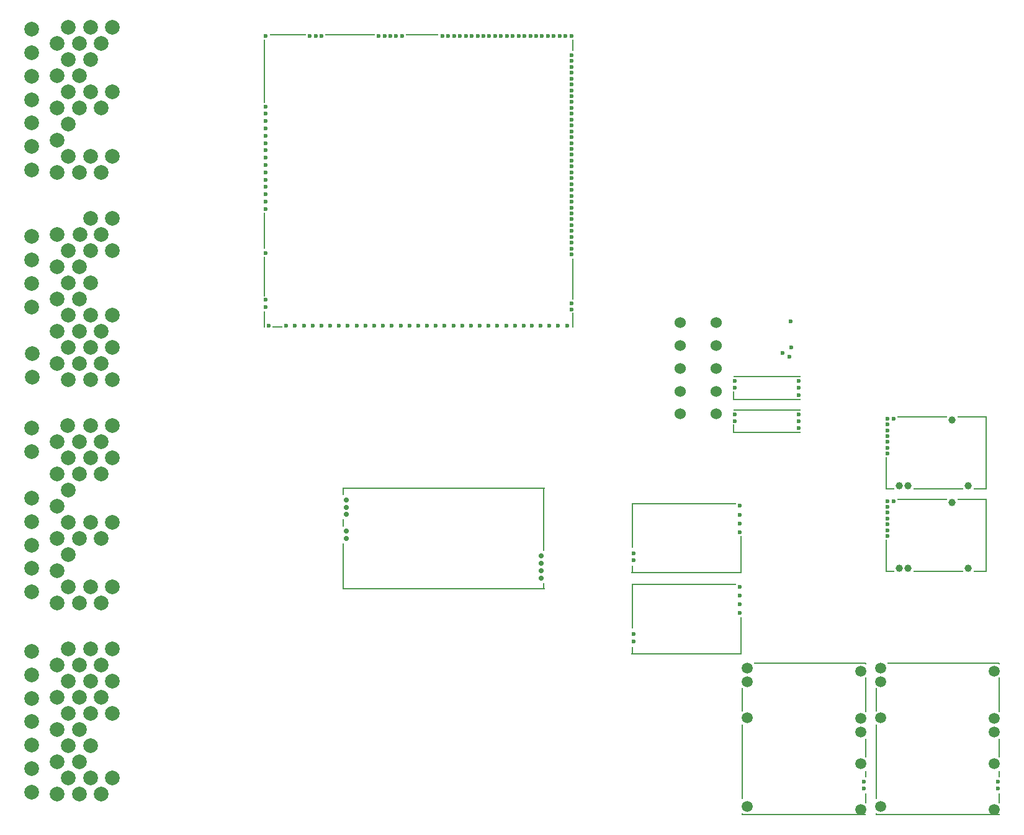
<source format=gbl>
G04 #@! TF.GenerationSoftware,KiCad,Pcbnew,8.0.9-8.0.9-0~ubuntu24.04.1*
G04 #@! TF.CreationDate,2025-02-19T21:10:22+00:00*
G04 #@! TF.ProjectId,rusefiSTI2004,72757365-6669-4535-9449-323030342e6b,rev?*
G04 #@! TF.SameCoordinates,Original*
G04 #@! TF.FileFunction,Copper,L2,Bot*
G04 #@! TF.FilePolarity,Positive*
%FSLAX46Y46*%
G04 Gerber Fmt 4.6, Leading zero omitted, Abs format (unit mm)*
G04 Created by KiCad (PCBNEW 8.0.9-8.0.9-0~ubuntu24.04.1) date 2025-02-19 21:10:22*
%MOMM*%
%LPD*%
G01*
G04 APERTURE LIST*
G04 #@! TA.AperFunction,ComponentPad*
%ADD10C,0.600000*%
G04 #@! TD*
G04 #@! TA.AperFunction,SMDPad,CuDef*
%ADD11R,0.250000X6.185000*%
G04 #@! TD*
G04 #@! TA.AperFunction,SMDPad,CuDef*
%ADD12R,0.250000X1.115000*%
G04 #@! TD*
G04 #@! TA.AperFunction,SMDPad,CuDef*
%ADD13R,14.275000X0.250000*%
G04 #@! TD*
G04 #@! TA.AperFunction,SMDPad,CuDef*
%ADD14R,15.100000X0.250000*%
G04 #@! TD*
G04 #@! TA.AperFunction,SMDPad,CuDef*
%ADD15R,0.250000X5.175000*%
G04 #@! TD*
G04 #@! TA.AperFunction,ComponentPad*
%ADD16C,0.700000*%
G04 #@! TD*
G04 #@! TA.AperFunction,SMDPad,CuDef*
%ADD17R,0.250000X1.100000*%
G04 #@! TD*
G04 #@! TA.AperFunction,SMDPad,CuDef*
%ADD18R,0.250000X0.980000*%
G04 #@! TD*
G04 #@! TA.AperFunction,SMDPad,CuDef*
%ADD19R,0.250000X6.300000*%
G04 #@! TD*
G04 #@! TA.AperFunction,SMDPad,CuDef*
%ADD20R,27.600000X0.250000*%
G04 #@! TD*
G04 #@! TA.AperFunction,SMDPad,CuDef*
%ADD21R,0.250000X8.750000*%
G04 #@! TD*
G04 #@! TA.AperFunction,SMDPad,CuDef*
%ADD22R,0.250000X0.950000*%
G04 #@! TD*
G04 #@! TA.AperFunction,SMDPad,CuDef*
%ADD23R,0.200000X4.400000*%
G04 #@! TD*
G04 #@! TA.AperFunction,SMDPad,CuDef*
%ADD24R,1.200000X0.200000*%
G04 #@! TD*
G04 #@! TA.AperFunction,SMDPad,CuDef*
%ADD25R,6.800000X0.200000*%
G04 #@! TD*
G04 #@! TA.AperFunction,SMDPad,CuDef*
%ADD26R,4.000000X0.200000*%
G04 #@! TD*
G04 #@! TA.AperFunction,SMDPad,CuDef*
%ADD27R,1.800000X0.200000*%
G04 #@! TD*
G04 #@! TA.AperFunction,SMDPad,CuDef*
%ADD28R,0.200000X10.000000*%
G04 #@! TD*
G04 #@! TA.AperFunction,ComponentPad*
%ADD29C,1.000000*%
G04 #@! TD*
G04 #@! TA.AperFunction,ComponentPad*
%ADD30C,1.524000*%
G04 #@! TD*
G04 #@! TA.AperFunction,ComponentPad*
%ADD31C,1.500000*%
G04 #@! TD*
G04 #@! TA.AperFunction,SMDPad,CuDef*
%ADD32O,0.200000X3.300000*%
G04 #@! TD*
G04 #@! TA.AperFunction,SMDPad,CuDef*
%ADD33O,0.200000X10.200000*%
G04 #@! TD*
G04 #@! TA.AperFunction,SMDPad,CuDef*
%ADD34O,0.200000X0.300000*%
G04 #@! TD*
G04 #@! TA.AperFunction,SMDPad,CuDef*
%ADD35O,17.000000X0.200000*%
G04 #@! TD*
G04 #@! TA.AperFunction,SMDPad,CuDef*
%ADD36O,15.400000X0.200000*%
G04 #@! TD*
G04 #@! TA.AperFunction,SMDPad,CuDef*
%ADD37O,0.200000X4.800000*%
G04 #@! TD*
G04 #@! TA.AperFunction,SMDPad,CuDef*
%ADD38O,0.200000X2.600000*%
G04 #@! TD*
G04 #@! TA.AperFunction,SMDPad,CuDef*
%ADD39O,0.200000X1.000000*%
G04 #@! TD*
G04 #@! TA.AperFunction,SMDPad,CuDef*
%ADD40O,0.200000X1.500000*%
G04 #@! TD*
G04 #@! TA.AperFunction,ComponentPad*
%ADD41C,0.599999*%
G04 #@! TD*
G04 #@! TA.AperFunction,SMDPad,CuDef*
%ADD42O,0.200000X1.225000*%
G04 #@! TD*
G04 #@! TA.AperFunction,SMDPad,CuDef*
%ADD43O,9.300000X0.200000*%
G04 #@! TD*
G04 #@! TA.AperFunction,ComponentPad*
%ADD44C,2.000000*%
G04 #@! TD*
G04 #@! TA.AperFunction,SMDPad,CuDef*
%ADD45R,0.200000X2.300000*%
G04 #@! TD*
G04 #@! TA.AperFunction,SMDPad,CuDef*
%ADD46R,0.200000X5.400000*%
G04 #@! TD*
G04 #@! TA.AperFunction,SMDPad,CuDef*
%ADD47R,0.200000X8.600000*%
G04 #@! TD*
G04 #@! TA.AperFunction,SMDPad,CuDef*
%ADD48R,0.200000X5.000000*%
G04 #@! TD*
G04 #@! TA.AperFunction,SMDPad,CuDef*
%ADD49R,1.400000X0.200000*%
G04 #@! TD*
G04 #@! TA.AperFunction,SMDPad,CuDef*
%ADD50R,5.000000X0.200000*%
G04 #@! TD*
G04 #@! TA.AperFunction,SMDPad,CuDef*
%ADD51R,4.500000X0.200000*%
G04 #@! TD*
G04 #@! TA.AperFunction,SMDPad,CuDef*
%ADD52R,0.200000X1.600000*%
G04 #@! TD*
G04 #@! TA.AperFunction,SMDPad,CuDef*
%ADD53R,0.200000X5.700000*%
G04 #@! TD*
G04 #@! TA.AperFunction,SMDPad,CuDef*
%ADD54R,0.200000X2.000000*%
G04 #@! TD*
G04 APERTURE END LIST*
D10*
G04 #@! TO.P,M6,E1,Thresh_IN*
G04 #@! TO.N,/THRESHOLD_VR_CR*
X102325000Y30312500D03*
G04 #@! TO.P,M6,E2,OUT_A*
G04 #@! TO.N,/VR_ANALOG_CR*
X102325000Y29112500D03*
G04 #@! TO.P,M6,E3,OUT*
G04 #@! TO.N,/IN_CRANK*
X102325000Y31512500D03*
G04 #@! TO.P,M6,E4,V5_IN*
G04 #@! TO.N,+5VA*
X102325000Y32712500D03*
D11*
G04 #@! TO.P,M6,G,GND*
G04 #@! TO.N,GND*
X87675000Y30045000D03*
D12*
X87675000Y23995000D03*
D13*
X94687500Y33012500D03*
D14*
X95100000Y23562500D03*
D15*
X102525000Y26025000D03*
D10*
G04 #@! TO.P,M6,W1,VR-*
G04 #@! TO.N,/IN_CRANK-*
X87900000Y26252500D03*
G04 #@! TO.P,M6,W2,VR+*
G04 #@! TO.N,/IN_CRANK+*
X87900000Y25252500D03*
G04 #@! TD*
D16*
G04 #@! TO.P,M3,E1,LSU_Un*
G04 #@! TO.N,unconnected-(M3-LSU_Un-PadE1)*
X75225000Y33925000D03*
G04 #@! TO.P,M3,E2,LSU_Vm*
G04 #@! TO.N,unconnected-(M3-LSU_Vm-PadE2)*
X75225000Y36925000D03*
G04 #@! TO.P,M3,E3,LSU_Ip*
G04 #@! TO.N,unconnected-(M3-LSU_Ip-PadE3)*
X75225000Y35925000D03*
G04 #@! TO.P,M3,E4,LSU_Rtrim*
G04 #@! TO.N,unconnected-(M3-LSU_Rtrim-PadE4)*
X75225000Y34925000D03*
D17*
G04 #@! TO.P,M3,G,GND*
G04 #@! TO.N,unconnected-(M3-GND-PadG)*
X48250000Y45775000D03*
D18*
X48250000Y41435000D03*
D19*
X48250000Y35475000D03*
D20*
X61925000Y46200000D03*
X61925000Y32450000D03*
D21*
X75600000Y41950000D03*
D22*
X75600000Y32800000D03*
D16*
G04 #@! TO.P,M3,W1,V5_IN*
G04 #@! TO.N,unconnected-(M3-V5_IN-PadW1)*
X48633800Y43575000D03*
G04 #@! TO.P,M3,W2,CAN_VIO*
G04 #@! TO.N,unconnected-(M3-CAN_VIO-PadW2)*
X48633800Y42575000D03*
G04 #@! TO.P,M3,W3,CANL*
G04 #@! TO.N,unconnected-(M3-CANL-PadW3)*
X48633800Y39279000D03*
G04 #@! TO.P,M3,W4,CANH*
G04 #@! TO.N,unconnected-(M3-CANH-PadW4)*
X48633800Y40295000D03*
G04 #@! TO.P,M3,W9,VDDA*
G04 #@! TO.N,unconnected-(M3-VDDA-PadW9)*
X48633800Y44575000D03*
G04 #@! TD*
D23*
G04 #@! TO.P,M9,G,GND*
G04 #@! TO.N,unconnected-(M9-GND-PadG)*
X122325000Y36925000D03*
D24*
X122825000Y34825000D03*
D25*
X127225000Y44625000D03*
X129425000Y34825000D03*
D26*
X134025000Y44625000D03*
D27*
X135125000Y34825000D03*
D28*
X135925000Y39725000D03*
D10*
G04 #@! TO.P,M9,N1,MOSI*
G04 #@! TO.N,unconnected-(M9-MOSI-PadN1)*
X123325000Y44425000D03*
D29*
G04 #@! TO.P,M9,N2,12V_IN*
G04 #@! TO.N,unconnected-(M9-12V_IN-PadN2)*
X131325000Y44225000D03*
G04 #@! TO.P,M9,S1,12V_IN*
G04 #@! TO.N,unconnected-(M9-12V_IN-PadS1)*
X124125000Y35225000D03*
G04 #@! TO.P,M9,S2,OUT-*
G04 #@! TO.N,unconnected-(M9-OUT--PadS2)*
X125325000Y35225000D03*
G04 #@! TO.P,M9,S3,OUT+*
G04 #@! TO.N,unconnected-(M9-OUT+-PadS3)*
X133525000Y35225000D03*
D10*
G04 #@! TO.P,M9,W1,DIS*
G04 #@! TO.N,unconnected-(M9-DIS-PadW1)*
X122525000Y44425000D03*
G04 #@! TO.P,M9,W2,PWM*
G04 #@! TO.N,unconnected-(M9-PWM-PadW2)*
X122525000Y43625000D03*
G04 #@! TO.P,M9,W3,SCLK*
G04 #@! TO.N,unconnected-(M9-SCLK-PadW3)*
X122525000Y42825000D03*
G04 #@! TO.P,M9,W4,DIR*
G04 #@! TO.N,unconnected-(M9-DIR-PadW4)*
X122525000Y42025000D03*
G04 #@! TO.P,M9,W5,3V3_IN*
G04 #@! TO.N,unconnected-(M9-3V3_IN-PadW5)*
X122525000Y41225000D03*
G04 #@! TO.P,M9,W6,MISO*
G04 #@! TO.N,unconnected-(M9-MISO-PadW6)*
X122525000Y40425000D03*
G04 #@! TO.P,M9,W7,~CS*
G04 #@! TO.N,unconnected-(M9-~CS-PadW7)*
X122525000Y39625000D03*
G04 #@! TD*
D30*
G04 #@! TO.P,F2,1,1*
G04 #@! TO.N,Net-(F2-Pad1)*
X94185000Y65645000D03*
G04 #@! TO.P,F2,2,2*
G04 #@! TO.N,/OUT_IGN3*
X99085000Y65645000D03*
G04 #@! TD*
G04 #@! TO.P,F3,1,1*
G04 #@! TO.N,Net-(F3-Pad1)*
X94185000Y62525000D03*
G04 #@! TO.P,F3,2,2*
G04 #@! TO.N,/OUT_IGN2*
X99085000Y62525000D03*
G04 #@! TD*
D10*
G04 #@! TO.P,M5,E1,Thresh_IN*
G04 #@! TO.N,/THRESHOLD_VR_CR*
X102325000Y41362500D03*
G04 #@! TO.P,M5,E2,OUT_A*
G04 #@! TO.N,/VR_ANALOG_CR*
X102325000Y40162500D03*
G04 #@! TO.P,M5,E3,OUT*
G04 #@! TO.N,/IN_CRANK*
X102325000Y42562500D03*
G04 #@! TO.P,M5,E4,V5_IN*
G04 #@! TO.N,+5VA*
X102325000Y43762500D03*
D11*
G04 #@! TO.P,M5,G,GND*
G04 #@! TO.N,GND*
X87675000Y41095000D03*
D12*
X87675000Y35045000D03*
D13*
X94687500Y44062500D03*
D14*
X95100000Y34612500D03*
D15*
X102525000Y37075000D03*
D10*
G04 #@! TO.P,M5,W1,VR-*
G04 #@! TO.N,/IN_CRANK-*
X87900000Y37302500D03*
G04 #@! TO.P,M5,W2,VR+*
G04 #@! TO.N,/IN_CRANK+*
X87900000Y36302500D03*
G04 #@! TD*
D31*
G04 #@! TO.P,M8,E1,VBAT*
G04 #@! TO.N,unconnected-(M8-VBAT-PadE1)*
X118849995Y21149996D03*
G04 #@! TO.P,M8,E2,V12*
G04 #@! TO.N,unconnected-(M8-V12-PadE2)*
X118849995Y14749999D03*
G04 #@! TO.P,M8,E3,VIGN*
G04 #@! TO.N,unconnected-(M8-VIGN-PadE3)*
X118849995Y12849996D03*
G04 #@! TO.P,M8,E4,V5*
G04 #@! TO.N,unconnected-(M8-V5-PadE4)*
X118849995Y8549996D03*
D10*
G04 #@! TO.P,M8,E5,EN_5VP*
G04 #@! TO.N,unconnected-(M8-EN_5VP-PadE5)*
X119299994Y6149999D03*
G04 #@! TO.P,M8,E6,PG_5VP*
G04 #@! TO.N,unconnected-(M8-PG_5VP-PadE6)*
X119299994Y5149998D03*
D32*
G04 #@! TO.P,M8,S1,GND*
G04 #@! TO.N,unconnected-(M8-GND-PadS1)*
X102699999Y17299996D03*
D33*
X102699999Y8799998D03*
D34*
X102699999Y1699996D03*
D35*
X111099997Y1649996D03*
D36*
X111899998Y22249996D03*
D31*
X118849995Y2299996D03*
D34*
X119499996Y22199996D03*
D37*
X119499996Y17999998D03*
D38*
X119499996Y10649996D03*
D39*
X119499996Y7149999D03*
D40*
X119499996Y3849998D03*
D31*
G04 #@! TO.P,M8,V1,V12_PERM*
G04 #@! TO.N,unconnected-(M8-V12_PERM-PadV1)*
X103349998Y21599998D03*
G04 #@! TO.P,M8,V2,IN_VIGN*
G04 #@! TO.N,unconnected-(M8-IN_VIGN-PadV2)*
X103349998Y19749999D03*
G04 #@! TO.P,M8,V3,V12_RAW*
G04 #@! TO.N,unconnected-(M8-V12_RAW-PadV3)*
X103349998Y14799996D03*
G04 #@! TO.P,M8,V4,5VP*
G04 #@! TO.N,unconnected-(M8-5VP-PadV4)*
X103349998Y2749998D03*
G04 #@! TD*
D41*
G04 #@! TO.P,M4,V1,V5*
G04 #@! TO.N,unconnected-(M4-V5-PadV1)*
X109094997Y64113325D03*
G04 #@! TO.P,M4,V2,CAN_VIO*
G04 #@! TO.N,unconnected-(M4-CAN_VIO-PadV2)*
X108219995Y64638325D03*
G04 #@! TO.P,M4,V5,CAN_TX*
G04 #@! TO.N,unconnected-(M4-CAN_TX-PadV5)*
X109394999Y65388323D03*
G04 #@! TO.P,M4,V6,CAN_RX*
G04 #@! TO.N,unconnected-(M4-CAN_RX-PadV6)*
X109319996Y68938324D03*
G04 #@! TD*
D10*
G04 #@! TO.P,M7,E1,V5A*
G04 #@! TO.N,unconnected-(M7-V5A-PadE1)*
X110395000Y60794997D03*
D42*
G04 #@! TO.P,M7,E2,GND*
G04 #@! TO.N,unconnected-(M7-GND-PadE2)*
X101495000Y58819997D03*
D43*
X106045000Y61394997D03*
X106045000Y58294997D03*
D10*
X110395000Y59844997D03*
G04 #@! TO.P,M7,E3,OUT_KNOCK*
G04 #@! TO.N,unconnected-(M7-OUT_KNOCK-PadE3)*
X110395000Y58894999D03*
G04 #@! TO.P,M7,W1,IN_KNOCK*
G04 #@! TO.N,unconnected-(M7-IN_KNOCK-PadW1)*
X101695000Y59894997D03*
G04 #@! TO.P,M7,W2,VREF*
G04 #@! TO.N,unconnected-(M7-VREF-PadW2)*
X101695000Y60794997D03*
G04 #@! TD*
G04 #@! TO.P,M13,E1,V5A*
G04 #@! TO.N,+5VA*
X110395000Y56244994D03*
D42*
G04 #@! TO.P,M13,E2,GND*
G04 #@! TO.N,GND*
X101495000Y54269994D03*
D43*
X106045000Y56844994D03*
X106045000Y53744994D03*
D10*
X110395000Y55294994D03*
G04 #@! TO.P,M13,E3,OUT_KNOCK*
G04 #@! TO.N,/IN_KNOCK*
X110395000Y54344996D03*
G04 #@! TO.P,M13,W1,IN_KNOCK*
G04 #@! TO.N,/IN_KNOCK_RAW*
X101695000Y55344994D03*
G04 #@! TO.P,M13,W2,VREF*
G04 #@! TO.N,/VREF*
X101695000Y56244994D03*
G04 #@! TD*
D30*
G04 #@! TO.P,F4,1,1*
G04 #@! TO.N,Net-(F4-Pad1)*
X94185000Y59405000D03*
G04 #@! TO.P,F4,2,2*
G04 #@! TO.N,/OUT_IGN1*
X99085000Y59405000D03*
G04 #@! TD*
D44*
G04 #@! TO.P,J1,1,1*
G04 #@! TO.N,GND*
X5750000Y108800000D03*
G04 #@! TO.P,J1,2,2*
X5750000Y105600000D03*
G04 #@! TO.P,J1,3,3*
X5750000Y102400000D03*
G04 #@! TO.P,J1,4,4*
G04 #@! TO.N,/OUT_ETB-*
X5750000Y99200000D03*
G04 #@! TO.P,J1,5,5*
G04 #@! TO.N,/OUT_ETB+*
X5750000Y96000000D03*
G04 #@! TO.P,J1,6,6*
G04 #@! TO.N,Net-(F5-Pad1)*
X5750000Y92800000D03*
G04 #@! TO.P,J1,7,7*
G04 #@! TO.N,/GND_INJECTORS*
X5750000Y89600000D03*
G04 #@! TO.P,J1,8,8*
G04 #@! TO.N,/IN_STARTER_SWITCH*
X10750000Y109100000D03*
G04 #@! TO.P,J1,9,9*
G04 #@! TO.N,/IN_NEUTRAL_SWITCH*
X9250000Y106900000D03*
G04 #@! TO.P,J1,10,10*
G04 #@! TO.N,/IN_PS_PRESSURE_SWIITCH*
X10750000Y104700000D03*
G04 #@! TO.P,J1,11,11*
G04 #@! TO.N,unconnected-(J1-Pad11)*
X9250000Y102500000D03*
G04 #@! TO.P,J1,12,12*
G04 #@! TO.N,unconnected-(J1-Pad12)*
X10750000Y100300000D03*
G04 #@! TO.P,J1,13,13*
G04 #@! TO.N,unconnected-(J1-Pad13)*
X9250000Y98100000D03*
G04 #@! TO.P,J1,14,14*
G04 #@! TO.N,unconnected-(J1-Pad14)*
X10750000Y95900000D03*
G04 #@! TO.P,J1,15,15*
G04 #@! TO.N,+12V_IGN*
X9250000Y93700000D03*
G04 #@! TO.P,J1,16,16*
G04 #@! TO.N,unconnected-(J1-Pad16)*
X10750000Y91500000D03*
G04 #@! TO.P,J1,17,17*
G04 #@! TO.N,/OUT_MAIN_RELAY*
X9250000Y89300000D03*
G04 #@! TO.P,J1,18,18*
G04 #@! TO.N,unconnected-(J1-Pad18)*
X13750000Y109100000D03*
G04 #@! TO.P,J1,19,19*
G04 #@! TO.N,unconnected-(J1-Pad19)*
X12250000Y106900000D03*
G04 #@! TO.P,J1,20,20*
G04 #@! TO.N,unconnected-(J1-Pad20)*
X13750000Y104700000D03*
G04 #@! TO.P,J1,21,21*
G04 #@! TO.N,unconnected-(J1-Pad21)*
X12250000Y102500000D03*
G04 #@! TO.P,J1,22,22*
G04 #@! TO.N,/IN_CRANK-*
X13750000Y100300000D03*
G04 #@! TO.P,J1,23,23*
G04 #@! TO.N,unconnected-(J1-Pad23)*
X12250000Y98100000D03*
G04 #@! TO.P,J1,24,24*
G04 #@! TO.N,unconnected-(J1-Pad24)*
X13750000Y91500000D03*
G04 #@! TO.P,J1,25,25*
G04 #@! TO.N,unconnected-(J1-Pad25)*
X12250000Y89300000D03*
G04 #@! TO.P,J1,26,26*
G04 #@! TO.N,unconnected-(J1-Pad26)*
X16750000Y109100000D03*
G04 #@! TO.P,J1,27,27*
G04 #@! TO.N,unconnected-(J1-Pad27)*
X15250000Y106900000D03*
G04 #@! TO.P,J1,28,28*
G04 #@! TO.N,/FUEL_PUMP_SIGNAL2*
X16750000Y100300000D03*
G04 #@! TO.P,J1,29,29*
G04 #@! TO.N,unconnected-(J1-Pad29)*
X15250000Y98100000D03*
G04 #@! TO.P,J1,30,30*
G04 #@! TO.N,unconnected-(J1-Pad30)*
X16750000Y91500000D03*
G04 #@! TO.P,J1,31,31*
G04 #@! TO.N,GND*
X15250000Y89300000D03*
G04 #@! TO.P,J1,32,32*
G04 #@! TO.N,unconnected-(J1-Pad32)*
X5750000Y80500000D03*
G04 #@! TO.P,J1,33,33*
G04 #@! TO.N,unconnected-(J1-Pad33)*
X5750000Y77300000D03*
G04 #@! TO.P,J1,34,34*
G04 #@! TO.N,/OUT_INJ4*
X5750000Y74100000D03*
G04 #@! TO.P,J1,35,35*
G04 #@! TO.N,/OUT_INJ3*
X5750000Y70900000D03*
G04 #@! TO.P,J1,36,36*
G04 #@! TO.N,/OUT_INJ2*
X5850000Y64500000D03*
G04 #@! TO.P,J1,37,37*
G04 #@! TO.N,/OUT_INJ1*
X5850000Y61300000D03*
G04 #@! TO.P,J1,38,38*
G04 #@! TO.N,unconnected-(J1-Pad38)*
X9250000Y80800000D03*
G04 #@! TO.P,J1,39,39*
G04 #@! TO.N,unconnected-(J1-Pad39)*
X10750000Y78600000D03*
G04 #@! TO.P,J1,40,40*
G04 #@! TO.N,unconnected-(J1-Pad40)*
X9250000Y76400000D03*
G04 #@! TO.P,J1,41,41*
G04 #@! TO.N,unconnected-(J1-Pad41)*
X10750000Y74200000D03*
G04 #@! TO.P,J1,42,42*
G04 #@! TO.N,unconnected-(J1-Pad42)*
X9250000Y72000000D03*
G04 #@! TO.P,J1,43,43*
G04 #@! TO.N,unconnected-(J1-Pad43)*
X10750000Y69800000D03*
G04 #@! TO.P,J1,44,44*
G04 #@! TO.N,/IN_IAT*
X9250000Y67600000D03*
G04 #@! TO.P,J1,45,45*
G04 #@! TO.N,/IN_ECT*
X10750000Y65400000D03*
G04 #@! TO.P,J1,46,46*
G04 #@! TO.N,/APS_PS_5V*
X9250000Y63200000D03*
G04 #@! TO.P,J1,47,47*
G04 #@! TO.N,/SENSOR_PS_5V*
X10750000Y61000000D03*
G04 #@! TO.P,J1,48,48*
G04 #@! TO.N,/IN_PPS_MAIN*
X13750000Y83000000D03*
G04 #@! TO.P,J1,49,49*
G04 #@! TO.N,/IN_TPS_MAIN*
X12350000Y80800000D03*
G04 #@! TO.P,J1,50,50*
G04 #@! TO.N,unconnected-(J1-Pad50)*
X13750000Y78600000D03*
G04 #@! TO.P,J1,51,51*
G04 #@! TO.N,/IN_FUEL_LEVEL*
X12250000Y76400000D03*
G04 #@! TO.P,J1,52,52*
G04 #@! TO.N,unconnected-(J1-Pad52)*
X13750000Y74200000D03*
G04 #@! TO.P,J1,53,53*
G04 #@! TO.N,unconnected-(J1-Pad53)*
X12250000Y72000000D03*
G04 #@! TO.P,J1,54,54*
G04 #@! TO.N,/IN_MAP*
X13750000Y69800000D03*
G04 #@! TO.P,J1,55,55*
G04 #@! TO.N,unconnected-(J1-Pad55)*
X12250000Y67600000D03*
G04 #@! TO.P,J1,56,56*
G04 #@! TO.N,/IN_KNOCK_RAW*
X13750000Y65400000D03*
G04 #@! TO.P,J1,57,57*
G04 #@! TO.N,/IN_TUMBLE_SENSOR_LH*
X12250000Y63200000D03*
G04 #@! TO.P,J1,58,58*
G04 #@! TO.N,/IN_TUMBLE_SENSOR_RH*
X13750000Y61000000D03*
G04 #@! TO.P,J1,59,59*
G04 #@! TO.N,/IN_PPS_SUB*
X16750000Y83000000D03*
G04 #@! TO.P,J1,60,60*
G04 #@! TO.N,/IN_TPS_SUB*
X15250000Y80800000D03*
G04 #@! TO.P,J1,61,61*
G04 #@! TO.N,unconnected-(J1-Pad61)*
X16750000Y78600000D03*
G04 #@! TO.P,J1,62,62*
G04 #@! TO.N,GND*
X16750000Y69800000D03*
G04 #@! TO.P,J1,63,63*
X15250000Y67600000D03*
G04 #@! TO.P,J1,64,64*
X16750000Y65400000D03*
G04 #@! TO.P,J1,65,65*
X15250000Y63200000D03*
G04 #@! TO.P,J1,66,66*
X16750000Y61000000D03*
G04 #@! TO.P,J1,67,67*
X5750000Y54400000D03*
G04 #@! TO.P,J1,68,68*
G04 #@! TO.N,unconnected-(J1-Pad68)*
X5750000Y51200000D03*
G04 #@! TO.P,J1,69,69*
G04 #@! TO.N,unconnected-(J1-Pad69)*
X5750000Y44800000D03*
G04 #@! TO.P,J1,70,70*
G04 #@! TO.N,GND*
X5750000Y41600000D03*
G04 #@! TO.P,J1,71,71*
G04 #@! TO.N,+12V_RAW*
X5750000Y38400000D03*
G04 #@! TO.P,J1,72,72*
X5750000Y35200000D03*
G04 #@! TO.P,J1,73,73*
G04 #@! TO.N,unconnected-(J1-Pad73)*
X5750000Y32000000D03*
G04 #@! TO.P,J1,74,74*
G04 #@! TO.N,/IN_CAM_HALL_CAM_LH*
X10650000Y54700000D03*
G04 #@! TO.P,J1,75,75*
G04 #@! TO.N,/IN_CAM_HALL_CAM_RH*
X9250000Y52500000D03*
G04 #@! TO.P,J1,76,76*
G04 #@! TO.N,/IN_CRANK+*
X10750000Y50300000D03*
G04 #@! TO.P,J1,77,77*
G04 #@! TO.N,unconnected-(J1-Pad77)*
X9250000Y48100000D03*
G04 #@! TO.P,J1,78,78*
G04 #@! TO.N,GND*
X10750000Y45900000D03*
G04 #@! TO.P,J1,79,79*
G04 #@! TO.N,unconnected-(J1-Pad79)*
X9250000Y43700000D03*
G04 #@! TO.P,J1,80,80*
G04 #@! TO.N,unconnected-(J1-Pad80)*
X10750000Y41500000D03*
G04 #@! TO.P,J1,81,81*
G04 #@! TO.N,Net-(F1-Pad1)*
X9250000Y39300000D03*
G04 #@! TO.P,J1,82,82*
G04 #@! TO.N,Net-(F2-Pad1)*
X10750000Y37100000D03*
G04 #@! TO.P,J1,83,83*
G04 #@! TO.N,Net-(F3-Pad1)*
X9250000Y34900000D03*
G04 #@! TO.P,J1,84,84*
G04 #@! TO.N,Net-(F4-Pad1)*
X10750000Y32700000D03*
G04 #@! TO.P,J1,85,85*
G04 #@! TO.N,+12V_BACK_UP*
X9250000Y30500000D03*
G04 #@! TO.P,J1,86,86*
G04 #@! TO.N,unconnected-(J1-Pad86)*
X13750000Y54700000D03*
G04 #@! TO.P,J1,87,87*
G04 #@! TO.N,unconnected-(J1-Pad87)*
X12250000Y52500000D03*
G04 #@! TO.P,J1,88,88*
G04 #@! TO.N,/IN_CRANK-*
X13750000Y50300000D03*
G04 #@! TO.P,J1,89,89*
G04 #@! TO.N,unconnected-(J1-Pad89)*
X12250000Y48100000D03*
G04 #@! TO.P,J1,90,90*
G04 #@! TO.N,/OUT_FAN_RELAY_2*
X13750000Y41500000D03*
G04 #@! TO.P,J1,91,91*
G04 #@! TO.N,/OUT_FAN_RELAY_1*
X12250000Y39300000D03*
G04 #@! TO.P,J1,92,92*
G04 #@! TO.N,/FUEL_PUMP_SIGNAL1*
X13750000Y32700000D03*
G04 #@! TO.P,J1,93,93*
G04 #@! TO.N,/IN_VSS*
X12250000Y30500000D03*
G04 #@! TO.P,J1,94,94*
G04 #@! TO.N,unconnected-(J1-Pad94)*
X16750000Y54700000D03*
G04 #@! TO.P,J1,95,95*
G04 #@! TO.N,unconnected-(J1-Pad95)*
X15250000Y52500000D03*
G04 #@! TO.P,J1,96,96*
G04 #@! TO.N,unconnected-(J1-Pad96)*
X16750000Y50300000D03*
G04 #@! TO.P,J1,97,97*
G04 #@! TO.N,GND*
X15250000Y48100000D03*
G04 #@! TO.P,J1,98,98*
G04 #@! TO.N,unconnected-(J1-Pad98)*
X16750000Y41500000D03*
G04 #@! TO.P,J1,99,99*
G04 #@! TO.N,unconnected-(J1-Pad99)*
X15250000Y39300000D03*
G04 #@! TO.P,J1,100,100*
G04 #@! TO.N,unconnected-(J1-Pad100)*
X16750000Y32700000D03*
G04 #@! TO.P,J1,101,101*
G04 #@! TO.N,/OUT_ELECTRONIC_THROTTE_RELAY*
X15250000Y30500000D03*
G04 #@! TO.P,J1,102,102*
G04 #@! TO.N,/IN_CLT*
X5750000Y23900000D03*
G04 #@! TO.P,J1,103,103*
G04 #@! TO.N,unconnected-(J1-Pad103)*
X5750000Y20700000D03*
G04 #@! TO.P,J1,104,104*
G04 #@! TO.N,unconnected-(J1-Pad104)*
X5750000Y17500000D03*
G04 #@! TO.P,J1,105,105*
G04 #@! TO.N,unconnected-(J1-Pad105)*
X5750000Y14300000D03*
G04 #@! TO.P,J1,106,106*
G04 #@! TO.N,unconnected-(J1-Pad106)*
X5750000Y11100000D03*
G04 #@! TO.P,J1,107,107*
G04 #@! TO.N,GND*
X5750000Y7900000D03*
G04 #@! TO.P,J1,108,108*
X5750000Y4700000D03*
G04 #@! TO.P,J1,109,109*
G04 #@! TO.N,unconnected-(J1-Pad109)*
X10750000Y24200000D03*
G04 #@! TO.P,J1,110,110*
G04 #@! TO.N,unconnected-(J1-Pad110)*
X9250000Y22000000D03*
G04 #@! TO.P,J1,111,111*
G04 #@! TO.N,unconnected-(J1-Pad111)*
X10750000Y19800000D03*
G04 #@! TO.P,J1,112,112*
G04 #@! TO.N,unconnected-(J1-Pad112)*
X9250000Y17600000D03*
G04 #@! TO.P,J1,113,113*
G04 #@! TO.N,unconnected-(J1-Pad113)*
X10750000Y15400000D03*
G04 #@! TO.P,J1,114,114*
G04 #@! TO.N,unconnected-(J1-Pad114)*
X9250000Y13200000D03*
G04 #@! TO.P,J1,115,115*
G04 #@! TO.N,/OUT_PURGE_CONTROL*
X10750000Y11000000D03*
G04 #@! TO.P,J1,116,116*
G04 #@! TO.N,unconnected-(J1-Pad116)*
X9250000Y8800000D03*
G04 #@! TO.P,J1,117,117*
G04 #@! TO.N,unconnected-(J1-Pad117)*
X10750000Y6600000D03*
G04 #@! TO.P,J1,118,118*
G04 #@! TO.N,unconnected-(J1-Pad118)*
X9250000Y4400000D03*
G04 #@! TO.P,J1,119,119*
G04 #@! TO.N,/OUT_VVT_RH+*
X13750000Y24200000D03*
G04 #@! TO.P,J1,120,120*
G04 #@! TO.N,/OUT_VVT_LH+*
X12250000Y22000000D03*
G04 #@! TO.P,J1,121,121*
G04 #@! TO.N,unconnected-(J1-Pad121)*
X13750000Y19800000D03*
G04 #@! TO.P,J1,122,122*
G04 #@! TO.N,unconnected-(J1-Pad122)*
X12250000Y17600000D03*
G04 #@! TO.P,J1,123,123*
G04 #@! TO.N,unconnected-(J1-Pad123)*
X13750000Y15400000D03*
G04 #@! TO.P,J1,124,124*
G04 #@! TO.N,/OUT_TACH*
X12250000Y13200000D03*
G04 #@! TO.P,J1,125,125*
G04 #@! TO.N,unconnected-(J1-Pad125)*
X13750000Y11000000D03*
G04 #@! TO.P,J1,126,126*
G04 #@! TO.N,unconnected-(J1-Pad126)*
X12250000Y8800000D03*
G04 #@! TO.P,J1,127,127*
G04 #@! TO.N,unconnected-(J1-Pad127)*
X13750000Y6600000D03*
G04 #@! TO.P,J1,128,128*
G04 #@! TO.N,unconnected-(J1-Pad128)*
X12250000Y4400000D03*
G04 #@! TO.P,J1,129,129*
G04 #@! TO.N,/OUT_VVT_RH-*
X16750000Y24200000D03*
G04 #@! TO.P,J1,130,130*
G04 #@! TO.N,/OUT_VVT_LH-*
X15250000Y22000000D03*
G04 #@! TO.P,J1,131,131*
G04 #@! TO.N,unconnected-(J1-Pad131)*
X16750000Y19800000D03*
G04 #@! TO.P,J1,132,132*
G04 #@! TO.N,unconnected-(J1-Pad132)*
X15250000Y17600000D03*
G04 #@! TO.P,J1,133,133*
G04 #@! TO.N,/OUT_WG*
X16750000Y15400000D03*
G04 #@! TO.P,J1,134,134*
G04 #@! TO.N,unconnected-(J1-Pad134)*
X16750000Y6600000D03*
G04 #@! TO.P,J1,135,135*
G04 #@! TO.N,unconnected-(J1-Pad135)*
X15250000Y4400000D03*
G04 #@! TD*
D10*
G04 #@! TO.P,M1,E1,SPI2_SCK/CAN2_TX*
G04 #@! TO.N,unconnected-(M1-SPI2_SCK{slash}CAN2_TX-PadE1)*
X79375000Y105274997D03*
G04 #@! TO.P,M1,E2,SPI2_MISO*
G04 #@! TO.N,unconnected-(M1-SPI2_MISO-PadE2)*
X79375000Y104474996D03*
G04 #@! TO.P,M1,E3,SPI2_MOSI*
G04 #@! TO.N,unconnected-(M1-SPI2_MOSI-PadE3)*
X79375000Y103674998D03*
G04 #@! TO.P,M1,E4,SPI2_CS/CAN2_RX*
G04 #@! TO.N,unconnected-(M1-SPI2_CS{slash}CAN2_RX-PadE4)*
X79375000Y102874997D03*
G04 #@! TO.P,M1,E6,OUT_IO3*
G04 #@! TO.N,unconnected-(M1-OUT_IO3-PadE6)*
X79375000Y102074996D03*
G04 #@! TO.P,M1,E7,OUT_IO5*
G04 #@! TO.N,unconnected-(M1-OUT_IO5-PadE7)*
X79374997Y101274998D03*
G04 #@! TO.P,M1,E8,OUT_IO1*
G04 #@! TO.N,unconnected-(M1-OUT_IO1-PadE8)*
X79374997Y100474997D03*
G04 #@! TO.P,M1,E9,OUT_IO6*
G04 #@! TO.N,unconnected-(M1-OUT_IO6-PadE9)*
X79375000Y99674993D03*
G04 #@! TO.P,M1,E10,OUT_IO10*
G04 #@! TO.N,unconnected-(M1-OUT_IO10-PadE10)*
X79375000Y98874997D03*
G04 #@! TO.P,M1,E11,OUT_IO9*
G04 #@! TO.N,unconnected-(M1-OUT_IO9-PadE11)*
X79375000Y98074997D03*
G04 #@! TO.P,M1,E12,OUT_IO2*
G04 #@! TO.N,unconnected-(M1-OUT_IO2-PadE12)*
X79375000Y97274996D03*
G04 #@! TO.P,M1,E13,OUT_IO12*
G04 #@! TO.N,unconnected-(M1-OUT_IO12-PadE13)*
X79374997Y96474997D03*
G04 #@! TO.P,M1,E14,OUT_PWM5*
G04 #@! TO.N,unconnected-(M1-OUT_PWM5-PadE14)*
X79374997Y95674996D03*
G04 #@! TO.P,M1,E15,OUT_PWM4*
G04 #@! TO.N,unconnected-(M1-OUT_PWM4-PadE15)*
X79374997Y94874995D03*
G04 #@! TO.P,M1,E16,OUT_PWM3*
G04 #@! TO.N,unconnected-(M1-OUT_PWM3-PadE16)*
X79375000Y94074997D03*
G04 #@! TO.P,M1,E17,OUT_PWM2*
G04 #@! TO.N,/ETB_PWM*
X79375000Y93274996D03*
G04 #@! TO.P,M1,E18,OUT_INJ2*
G04 #@! TO.N,/INJ2*
X79375000Y92474998D03*
G04 #@! TO.P,M1,E19,OUT_INJ1*
G04 #@! TO.N,/INJ1*
X79374997Y91674997D03*
G04 #@! TO.P,M1,E20,OUT_IO13*
G04 #@! TO.N,unconnected-(M1-OUT_IO13-PadE20)*
X79374997Y90874996D03*
G04 #@! TO.P,M1,E21,OUT_IO4*
G04 #@! TO.N,unconnected-(M1-OUT_IO4-PadE21)*
X79375000Y90074997D03*
G04 #@! TO.P,M1,E22,OUT_IO8*
G04 #@! TO.N,unconnected-(M1-OUT_IO8-PadE22)*
X79375000Y89274996D03*
G04 #@! TO.P,M1,E23,OUT_IO7*
G04 #@! TO.N,unconnected-(M1-OUT_IO7-PadE23)*
X79375000Y88474995D03*
G04 #@! TO.P,M1,E24,OUT_IO11*
G04 #@! TO.N,unconnected-(M1-OUT_IO11-PadE24)*
X79375000Y87674997D03*
G04 #@! TO.P,M1,E25,OUT_PWM7*
G04 #@! TO.N,unconnected-(M1-OUT_PWM7-PadE25)*
X79375000Y86874996D03*
G04 #@! TO.P,M1,E26,OUT_PWM6*
G04 #@! TO.N,/THRESHOLD_VR_CR*
X79375000Y86074998D03*
G04 #@! TO.P,M1,E27,OUT_PWM1*
G04 #@! TO.N,unconnected-(M1-OUT_PWM1-PadE27)*
X79375000Y85274997D03*
G04 #@! TO.P,M1,E28,OUT_PWM8*
G04 #@! TO.N,unconnected-(M1-OUT_PWM8-PadE28)*
X79375000Y84474996D03*
G04 #@! TO.P,M1,E29,OUT_INJ3*
G04 #@! TO.N,/INJ3*
X79375000Y83674997D03*
G04 #@! TO.P,M1,E30,OUT_INJ4*
G04 #@! TO.N,/INJ4*
X79375000Y82874996D03*
G04 #@! TO.P,M1,E31,OUT_INJ5*
G04 #@! TO.N,/MAIN_RELAY*
X79374997Y82074998D03*
G04 #@! TO.P,M1,E32,OUT_INJ6*
G04 #@! TO.N,/FAN_RELAY_1*
X79375000Y81274995D03*
G04 #@! TO.P,M1,E33,OUT_INJ7*
G04 #@! TO.N,/FAN_RELAY_2*
X79375000Y80474996D03*
G04 #@! TO.P,M1,E34,OUT_INJ8*
X79375000Y79674998D03*
G04 #@! TO.P,M1,E35,IO6*
G04 #@! TO.N,unconnected-(M1-IO6-PadE35)*
X79375000Y78874997D03*
G04 #@! TO.P,M1,E36,IO7*
G04 #@! TO.N,unconnected-(M1-IO7-PadE36)*
X79375000Y78074996D03*
G04 #@! TO.P,M1,E38,V5A_SWITCHABLE*
G04 #@! TO.N,+5VA*
X79374997Y71375002D03*
G04 #@! TO.P,M1,E39,GNDA*
G04 #@! TO.N,GNDA*
X79375000Y70575001D03*
D45*
G04 #@! TO.P,M1,G,GND*
G04 #@! TO.N,unconnected-(M1-GND-PadG)*
X37474995Y69225001D03*
D46*
X37474997Y75075004D03*
D47*
X37474998Y103075001D03*
D48*
X37474998Y81275001D03*
D49*
X39275004Y68174998D03*
D50*
X40674999Y108074999D03*
D25*
X49175002Y108074999D03*
D51*
X59025005Y108074999D03*
D52*
X79575000Y106575000D03*
D53*
X79575000Y74724997D03*
D54*
X79575000Y69075004D03*
D10*
G04 #@! TO.P,M1,N1,USBID*
G04 #@! TO.N,unconnected-(M1-USBID-PadN1)*
X79375000Y107875000D03*
G04 #@! TO.P,M1,N2,USBM*
G04 #@! TO.N,unconnected-(M1-USBM-PadN2)*
X78575002Y107875002D03*
G04 #@! TO.P,M1,N3,USBP*
G04 #@! TO.N,unconnected-(M1-USBP-PadN3)*
X77775001Y107875002D03*
G04 #@! TO.P,M1,N4,VBUS*
G04 #@! TO.N,unconnected-(M1-VBUS-PadN4)*
X76975002Y107875000D03*
G04 #@! TO.P,M1,N5,BOOT0*
G04 #@! TO.N,unconnected-(M1-BOOT0-PadN5)*
X76175001Y107875000D03*
G04 #@! TO.P,M1,N6,SWO*
G04 #@! TO.N,unconnected-(M1-SWO-PadN6)*
X75375000Y107875000D03*
G04 #@! TO.P,M1,N7,SWDIO*
G04 #@! TO.N,unconnected-(M1-SWDIO-PadN7)*
X74575002Y107875000D03*
G04 #@! TO.P,M1,N8,SWCLK*
G04 #@! TO.N,unconnected-(M1-SWCLK-PadN8)*
X73775001Y107875002D03*
G04 #@! TO.P,M1,N9,nReset*
G04 #@! TO.N,unconnected-(M1-nReset-PadN9)*
X72975003Y107875000D03*
G04 #@! TO.P,M1,N10,SPI3_CS*
G04 #@! TO.N,unconnected-(M1-SPI3_CS-PadN10)*
X72175002Y107875000D03*
G04 #@! TO.P,M1,N11,SPI3_SCK*
G04 #@! TO.N,unconnected-(M1-SPI3_SCK-PadN11)*
X71375001Y107875000D03*
G04 #@! TO.P,M1,N12,SPI3_MISO*
G04 #@! TO.N,unconnected-(M1-SPI3_MISO-PadN12)*
X70575000Y107875000D03*
G04 #@! TO.P,M1,N13,SPI3_MOSI*
G04 #@! TO.N,unconnected-(M1-SPI3_MOSI-PadN13)*
X69775001Y107875000D03*
G04 #@! TO.P,M1,N14,I2C_SCL*
G04 #@! TO.N,unconnected-(M1-I2C_SCL-PadN14)*
X68975000Y107875000D03*
G04 #@! TO.P,M1,N15,I2C_SDA*
G04 #@! TO.N,unconnected-(M1-I2C_SDA-PadN15)*
X68174999Y107875002D03*
G04 #@! TO.P,M1,N16,IO1*
G04 #@! TO.N,/ETB_DIR*
X67374999Y107875002D03*
G04 #@! TO.P,M1,N17,UART2_TX*
G04 #@! TO.N,unconnected-(M1-UART2_TX-PadN17)*
X66575000Y107875000D03*
G04 #@! TO.P,M1,N18,UART2_RX*
G04 #@! TO.N,unconnected-(M1-UART2_RX-PadN18)*
X65774999Y107875000D03*
G04 #@! TO.P,M1,N19,IO2*
G04 #@! TO.N,/ETB_DIS*
X64975001Y107875000D03*
G04 #@! TO.P,M1,N20,IO4*
G04 #@! TO.N,unconnected-(M1-IO4-PadN20)*
X64175000Y107875000D03*
G04 #@! TO.P,M1,N21,IO3*
G04 #@! TO.N,unconnected-(M1-IO3-PadN21)*
X63375001Y107875002D03*
G04 #@! TO.P,M1,N22,V33*
G04 #@! TO.N,+3.3V*
X62575000Y107875000D03*
G04 #@! TO.P,M1,N23,IO5*
G04 #@! TO.N,unconnected-(M1-IO5-PadN23)*
X61775000Y107875000D03*
G04 #@! TO.P,M1,N24,UART8_RX*
G04 #@! TO.N,unconnected-(M1-UART8_RX-PadN24)*
X56275000Y107875000D03*
G04 #@! TO.P,M1,N25,UART8_TX*
G04 #@! TO.N,unconnected-(M1-UART8_TX-PadN25)*
X55474999Y107875000D03*
G04 #@! TO.P,M1,N26,IN_VIGN*
G04 #@! TO.N,/IGN*
X54675001Y107875000D03*
G04 #@! TO.P,M1,N27,VBAT*
G04 #@! TO.N,/VBAT*
X53875003Y107875000D03*
G04 #@! TO.P,M1,N28,V33_SWITCHABLE*
G04 #@! TO.N,+3.3VA*
X53075004Y107875000D03*
G04 #@! TO.P,M1,N29,OUT_PWR_EN*
G04 #@! TO.N,/PWR_EN*
X45275000Y107875000D03*
G04 #@! TO.P,M1,N30,V5A_SWITCHABLE*
G04 #@! TO.N,+5VA*
X44475001Y107875000D03*
G04 #@! TO.P,M1,N31,VCC*
G04 #@! TO.N,unconnected-(M1-VCC-PadN31)*
X43675003Y107875000D03*
G04 #@! TO.P,M1,N32,V33*
G04 #@! TO.N,+3.3V*
X37674999Y107875000D03*
G04 #@! TO.P,M1,S1,IN_D4*
G04 #@! TO.N,unconnected-(M1-IN_D4-PadS1)*
X78774999Y68374995D03*
G04 #@! TO.P,M1,S2,IN_D3*
G04 #@! TO.N,unconnected-(M1-IN_D3-PadS2)*
X77574998Y68374997D03*
G04 #@! TO.P,M1,S3,IN_D2*
G04 #@! TO.N,/PG_5VP*
X76375001Y68374997D03*
G04 #@! TO.P,M1,S4,IN_D1*
G04 #@! TO.N,unconnected-(M1-IN_D1-PadS4)*
X75175001Y68374995D03*
G04 #@! TO.P,M1,S5,VREF2*
G04 #@! TO.N,unconnected-(M1-VREF2-PadS5)*
X73975001Y68374997D03*
G04 #@! TO.P,M1,S6,IN_SENS4*
G04 #@! TO.N,unconnected-(M1-IN_SENS4-PadS6)*
X72875013Y68374997D03*
G04 #@! TO.P,M1,S7,IN_SENS3*
G04 #@! TO.N,unconnected-(M1-IN_SENS3-PadS7)*
X71675013Y68374997D03*
G04 #@! TO.P,M1,S8,IN_SENS2*
G04 #@! TO.N,unconnected-(M1-IN_SENS2-PadS8)*
X70475015Y68374995D03*
G04 #@! TO.P,M1,S9,IN_SENS1*
G04 #@! TO.N,unconnected-(M1-IN_SENS1-PadS9)*
X69275015Y68374997D03*
G04 #@! TO.P,M1,S10,IN_AUX4*
G04 #@! TO.N,/IN_VMAIN*
X68075012Y68374997D03*
G04 #@! TO.P,M1,S11,IN_AUX3*
G04 #@! TO.N,unconnected-(M1-IN_AUX3-PadS11)*
X66875010Y68374995D03*
G04 #@! TO.P,M1,S12,IN_AUX2*
G04 #@! TO.N,unconnected-(M1-IN_AUX2-PadS12)*
X65675012Y68374997D03*
G04 #@! TO.P,M1,S13,IN_AUX1*
G04 #@! TO.N,unconnected-(M1-IN_AUX1-PadS13)*
X64475014Y68374997D03*
G04 #@! TO.P,M1,S14,IN_RES2*
G04 #@! TO.N,unconnected-(M1-IN_RES2-PadS14)*
X63275007Y68374997D03*
G04 #@! TO.P,M1,S15,IN_O2S2*
G04 #@! TO.N,unconnected-(M1-IN_O2S2-PadS15)*
X62075007Y68374997D03*
G04 #@! TO.P,M1,S16,IN_O2S*
G04 #@! TO.N,unconnected-(M1-IN_O2S-PadS16)*
X60875009Y68374997D03*
G04 #@! TO.P,M1,S17,IN_RES1*
G04 #@! TO.N,unconnected-(M1-IN_RES1-PadS17)*
X59675009Y68374997D03*
G04 #@! TO.P,M1,S18,IN_RES3*
G04 #@! TO.N,/VR_ANALOG_CR*
X58475004Y68374997D03*
G04 #@! TO.P,M1,S19,IN_MAP3*
G04 #@! TO.N,unconnected-(M1-IN_MAP3-PadS19)*
X57275003Y68374997D03*
G04 #@! TO.P,M1,S20,IN_MAP2*
G04 #@! TO.N,unconnected-(M1-IN_MAP2-PadS20)*
X56075006Y68374995D03*
G04 #@! TO.P,M1,S21,IN_MAP1*
G04 #@! TO.N,/IN_MAP*
X54875006Y68374997D03*
G04 #@! TO.P,M1,S22,IN_CRANK*
G04 #@! TO.N,/IN_CRANK*
X53675003Y68374995D03*
G04 #@! TO.P,M1,S23,IN_KNOCK*
G04 #@! TO.N,/IN_KNOCK*
X52475003Y68374997D03*
G04 #@! TO.P,M1,S24,IN_CAM*
G04 #@! TO.N,unconnected-(M1-IN_CAM-PadS24)*
X51275008Y68374997D03*
G04 #@! TO.P,M1,S25,IN_VSS*
G04 #@! TO.N,unconnected-(M1-IN_VSS-PadS25)*
X50075005Y68374995D03*
G04 #@! TO.P,M1,S26,IN_IAT*
G04 #@! TO.N,/IN_IAT*
X48875000Y68374997D03*
G04 #@! TO.P,M1,S27,IN_AT1*
G04 #@! TO.N,unconnected-(M1-IN_AT1-PadS27)*
X47675000Y68374995D03*
G04 #@! TO.P,M1,S28,IN_CLT*
G04 #@! TO.N,/IN_ECT*
X46475002Y68374997D03*
G04 #@! TO.P,M1,S29,IN_AT2*
G04 #@! TO.N,unconnected-(M1-IN_AT2-PadS29)*
X45275002Y68374997D03*
G04 #@! TO.P,M1,S30,IN_TPS*
G04 #@! TO.N,/IN_TPS_MAIN*
X44074997Y68374997D03*
G04 #@! TO.P,M1,S31,IN_PPS*
G04 #@! TO.N,/IN_PPS_MAIN*
X42874997Y68374997D03*
G04 #@! TO.P,M1,S32,IN_TPS2*
G04 #@! TO.N,/IN_TPS_SUB*
X41674999Y68374997D03*
G04 #@! TO.P,M1,S33,IN_PPS2*
G04 #@! TO.N,/IN_PPS_SUB*
X40474999Y68374997D03*
G04 #@! TO.P,M1,S35,VREF1*
G04 #@! TO.N,/VREF*
X38074999Y68374997D03*
G04 #@! TO.P,M1,W1,GNDA*
G04 #@! TO.N,GNDA*
X37674997Y70875000D03*
G04 #@! TO.P,M1,W2,V5A_SWITCHABLE*
G04 #@! TO.N,+5VA*
X37674997Y71875001D03*
G04 #@! TO.P,M1,W3,V33_REF*
G04 #@! TO.N,unconnected-(M1-V33_REF-PadW3)*
X37674999Y78275003D03*
G04 #@! TO.P,M1,W3a,BOOT1*
G04 #@! TO.N,unconnected-(M1-BOOT1-PadW3a)*
X37674998Y84275001D03*
G04 #@! TO.P,M1,W4,IGN8*
G04 #@! TO.N,unconnected-(M1-IGN8-PadW4)*
X37674999Y85274999D03*
G04 #@! TO.P,M1,W5,IGN7*
G04 #@! TO.N,unconnected-(M1-IGN7-PadW5)*
X37674999Y86275000D03*
G04 #@! TO.P,M1,W6,IGN6*
G04 #@! TO.N,unconnected-(M1-IGN6-PadW6)*
X37674999Y87274998D03*
G04 #@! TO.P,M1,W7,IGN5*
G04 #@! TO.N,unconnected-(M1-IGN5-PadW7)*
X37674999Y88274998D03*
G04 #@! TO.P,M1,W8,IGN4*
G04 #@! TO.N,/OUT_IGN1*
X37674999Y89274999D03*
G04 #@! TO.P,M1,W9,IGN3*
X37674999Y90274997D03*
G04 #@! TO.P,M1,W10,IGN2*
G04 #@! TO.N,/OUT_IGN2*
X37674999Y91274997D03*
G04 #@! TO.P,M1,W11,IGN1*
G04 #@! TO.N,/OUT_IGN1*
X37674999Y92274995D03*
G04 #@! TO.P,M1,W11a,LED_RED*
G04 #@! TO.N,unconnected-(M1-LED_RED-PadW11a)*
X37674998Y93275001D03*
G04 #@! TO.P,M1,W11b,LED_GREEN*
G04 #@! TO.N,unconnected-(M1-LED_GREEN-PadW11b)*
X37674998Y94275001D03*
G04 #@! TO.P,M1,W11c,LED_BLUE*
G04 #@! TO.N,unconnected-(M1-LED_BLUE-PadW11c)*
X37674998Y95275001D03*
G04 #@! TO.P,M1,W11d,LED_YELLOW*
G04 #@! TO.N,unconnected-(M1-LED_YELLOW-PadW11d)*
X37674998Y96275001D03*
G04 #@! TO.P,M1,W12,CANH*
G04 #@! TO.N,unconnected-(M1-CANH-PadW12)*
X37674998Y97275001D03*
G04 #@! TO.P,M1,W13,CANL*
G04 #@! TO.N,unconnected-(M1-CANL-PadW13)*
X37674998Y98275001D03*
G04 #@! TD*
D23*
G04 #@! TO.P,M2,G,GND*
G04 #@! TO.N,GND*
X122325000Y48175000D03*
D24*
X122825000Y46075000D03*
D25*
X127225000Y55875000D03*
X129425000Y46075000D03*
D26*
X134025000Y55875000D03*
D27*
X135125000Y46075000D03*
D28*
X135925000Y50975000D03*
D10*
G04 #@! TO.P,M2,N1,MOSI*
G04 #@! TO.N,unconnected-(M2-MOSI-PadN1)*
X123325000Y55675000D03*
D29*
G04 #@! TO.P,M2,N2,12V_IN*
G04 #@! TO.N,+12V_ETB*
X131325000Y55475000D03*
G04 #@! TO.P,M2,S1,12V_IN*
X124125000Y46475000D03*
G04 #@! TO.P,M2,S2,OUT-*
G04 #@! TO.N,/OUT_ETB-*
X125325000Y46475000D03*
G04 #@! TO.P,M2,S3,OUT+*
G04 #@! TO.N,/OUT_ETB+*
X133525000Y46475000D03*
D10*
G04 #@! TO.P,M2,W1,DIS*
G04 #@! TO.N,/ETB_PWM*
X122525000Y55675000D03*
G04 #@! TO.P,M2,W2,PWM*
G04 #@! TO.N,/ETB_DIR*
X122525000Y54875000D03*
G04 #@! TO.P,M2,W3,SCLK*
G04 #@! TO.N,unconnected-(M2-SCLK-PadW3)*
X122525000Y54075000D03*
G04 #@! TO.P,M2,W4,DIR*
G04 #@! TO.N,/ETB_DIS*
X122525000Y53275000D03*
G04 #@! TO.P,M2,W5,3V3_IN*
G04 #@! TO.N,+3.3V*
X122525000Y52475000D03*
G04 #@! TO.P,M2,W6,MISO*
G04 #@! TO.N,unconnected-(M2-MISO-PadW6)*
X122525000Y51675000D03*
G04 #@! TO.P,M2,W7,~CS*
G04 #@! TO.N,unconnected-(M2-~CS-PadW7)*
X122525000Y50875000D03*
G04 #@! TD*
D30*
G04 #@! TO.P,F5,1,1*
G04 #@! TO.N,Net-(F5-Pad1)*
X94185000Y56285000D03*
G04 #@! TO.P,F5,2,2*
G04 #@! TO.N,+12V_ETB*
X99085000Y56285000D03*
G04 #@! TD*
G04 #@! TO.P,F1,1,1*
G04 #@! TO.N,Net-(F1-Pad1)*
X94185000Y68765000D03*
G04 #@! TO.P,F1,2,2*
G04 #@! TO.N,/OUT_IGN4*
X99085000Y68765000D03*
G04 #@! TD*
D31*
G04 #@! TO.P,M14,E1,VBAT*
G04 #@! TO.N,/VBAT*
X137099997Y21149996D03*
G04 #@! TO.P,M14,E2,V12*
G04 #@! TO.N,+12V*
X137099997Y14749999D03*
G04 #@! TO.P,M14,E3,VIGN*
G04 #@! TO.N,/IGN*
X137099997Y12849996D03*
G04 #@! TO.P,M14,E4,V5*
G04 #@! TO.N,+5V*
X137099997Y8549996D03*
D10*
G04 #@! TO.P,M14,E5,EN_5VP*
G04 #@! TO.N,/PWR_EN*
X137549996Y6149999D03*
G04 #@! TO.P,M14,E6,PG_5VP*
G04 #@! TO.N,/PG_5VP*
X137549996Y5149998D03*
D32*
G04 #@! TO.P,M14,S1,GND*
G04 #@! TO.N,GND*
X120950001Y17299996D03*
D33*
X120950001Y8799998D03*
D34*
X120950001Y1699996D03*
D35*
X129349999Y1649996D03*
D36*
X130150000Y22249996D03*
D31*
X137099997Y2299996D03*
D34*
X137749998Y22199996D03*
D37*
X137749998Y17999998D03*
D38*
X137749998Y10649996D03*
D39*
X137749998Y7149999D03*
D40*
X137749998Y3849998D03*
D31*
G04 #@! TO.P,M14,V1,V12_PERM*
G04 #@! TO.N,+12V_BACK_UP*
X121600000Y21599998D03*
G04 #@! TO.P,M14,V2,IN_VIGN*
G04 #@! TO.N,+12V_IGN*
X121600000Y19749999D03*
G04 #@! TO.P,M14,V3,V12_RAW*
G04 #@! TO.N,+12V_RAW*
X121600000Y14799996D03*
G04 #@! TO.P,M14,V4,5VP*
G04 #@! TO.N,+5VAS*
X121600000Y2749998D03*
G04 #@! TD*
M02*

</source>
